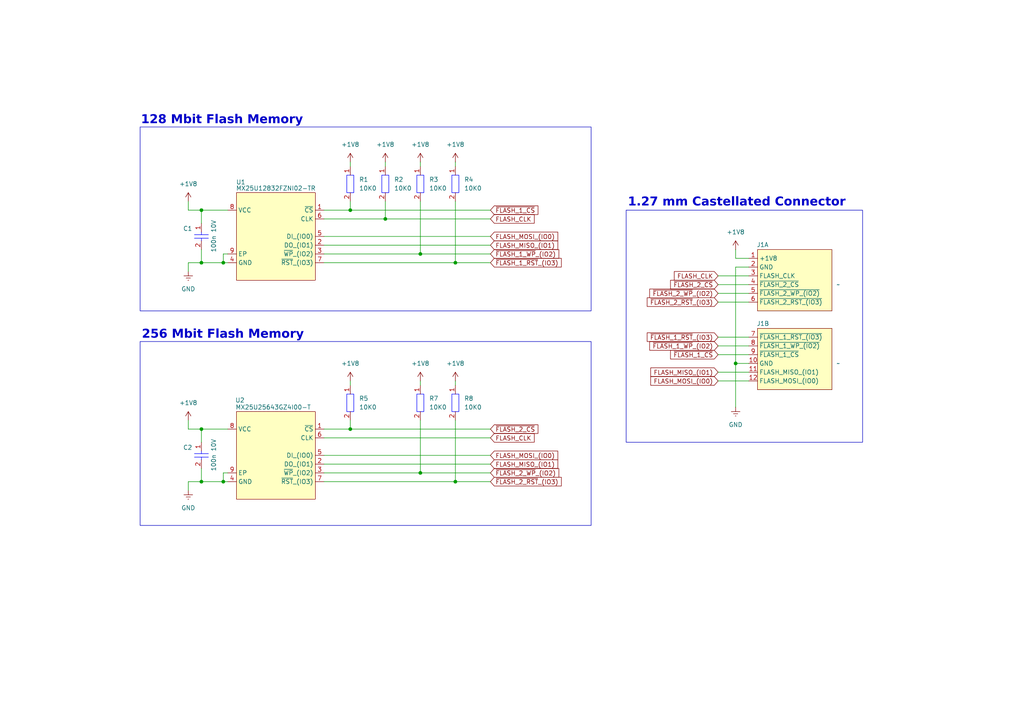
<source format=kicad_sch>
(kicad_sch (version 20231120) (generator "eeschema") (generator_version "8.0")
  (paper "A4")
  (title_block (title "[1] Flash memories & Connectors") (rev "1.0") (company "Embedded Systems Laboratory - EPFL") (comment 1 "Author: José Angel Miranda Calero") (comment 2 "Author: Juan Sapriza") (comment 3 "Author: Alejandro López Rodriguez"))
  (lib_symbols
    (symbol "X-MODs_SchLib:CRCW040210K0FKEDHP"
      (property "Reference" "R" (at -4.064 5.588 0))
      (property "Value" "10K0" (at -4.064 3.302 0))
      (symbol "CRCW040210K0FKEDHP_0_1"
        (rectangle (start -2.54 1.016) (end 2.54 -1.016) (stroke (width 0) (color 0 0 255 1)))
      )
      (symbol "CRCW040210K0FKEDHP_1_1"
        (pin passive line (at -5.08 0 0) (length 2.54) (name "") (number "1"))
        (pin passive line (at 5.08 0 180) (length 2.54) (name "") (number "2"))
      )
    )
    (symbol "X-MODs_SchLib:GRM155R71A104JA01D"
      (property "Reference" "C" (at -4.826 5.588 0))
      (property "Value" "100n 10V" (at -4.826 3.302 0))
      (symbol "GRM155R71A104JA01D_1_1"
        (polyline (pts (xy -1.27 0) (xy -0.508 0)) (stroke (width 0) (color 0 0 255 1)))
        (polyline (pts (xy -0.508 2.032) (xy -0.508 -2.032)) (stroke (width 0) (color 0 0 255 1)))
        (polyline (pts (xy 0.508 2.032) (xy 0.508 -2.032)) (stroke (width 0) (color 0 0 255 1)))
        (polyline (pts (xy 1.27 0) (xy 0.508 0)) (stroke (width 0) (color 0 0 255 1)))
        (pin passive line (at -3.81 0 0) (length 2.54) (name "") (number "1"))
        (pin passive line (at 3.81 0 180) (length 2.54) (name "") (number "2"))
      )
    )
    (symbol "X-MODs_SchLib:MX25U12832FZNI02-TR"
      (property "Reference" "U" (at -0.254 3.048 0))
      (property "Value" " MX25U12832FZNI02-TR " (at -1.27 1.27 0))
      (symbol "MX25U12832FZNI02-TR_0_1"
        (rectangle (start 0 0) (end 22.86 -25.4) (stroke (width 0) (color 128 0 0 1)) (fill (type background)))
      )
      (symbol "MX25U12832FZNI02-TR_1_1"
        (pin passive line (at 25.4 -5.08 180) (length 2.54) (name "~{CS}") (number "1"))
        (pin passive line (at 25.4 -15.24 180) (length 2.54) (name "DO_(IO1)") (number "2"))
        (pin passive line (at 25.4 -17.78 180) (length 2.54) (name "~{WP}_(IO2)") (number "3"))
        (pin passive line (at -2.54 -20.32 0) (length 2.54) (name "GND") (number "4"))
        (pin passive line (at 25.4 -12.7 180) (length 2.54) (name "DI_(IO0)") (number "5"))
        (pin passive line (at 25.4 -7.62 180) (length 2.54) (name "CLK") (number "6"))
        (pin passive line (at 25.4 -20.32 180) (length 2.54) (name "~{RST}_(IO3)") (number "7"))
        (pin passive line (at -2.54 -5.08 0) (length 2.54) (name "VCC") (number "8"))
        (pin passive line (at -2.54 -17.78 0) (length 2.54) (name "EP") (number "9"))
      )
    )
    (symbol "X-MODs_SchLib:MX25U25643GZ4I00-T"
      (property "Reference" "U" (at -0.254 3.048 0))
      (property "Value" " MX25U25643GZ4I00-T " (at -1.27 1.27 0))
      (symbol "MX25U25643GZ4I00-T_0_1"
        (rectangle (start 0 0) (end 22.86 -25.4) (stroke (width 0) (color 128 0 0 1)) (fill (type background)))
      )
      (symbol "MX25U25643GZ4I00-T_1_1"
        (pin passive line (at 25.4 -5.08 180) (length 2.54) (name "~{CS}") (number "1"))
        (pin passive line (at 25.4 -15.24 180) (length 2.54) (name "DO_(IO1)") (number "2"))
        (pin passive line (at 25.4 -17.78 180) (length 2.54) (name "~{WP}_(IO2)") (number "3"))
        (pin passive line (at -2.54 -20.32 0) (length 2.54) (name "GND") (number "4"))
        (pin passive line (at 25.4 -12.7 180) (length 2.54) (name "DI_(IO0)") (number "5"))
        (pin passive line (at 25.4 -7.62 180) (length 2.54) (name "CLK") (number "6"))
        (pin passive line (at 25.4 -20.32 180) (length 2.54) (name "~{RST}_(IO3)") (number "7"))
        (pin passive line (at -2.54 -5.08 0) (length 2.54) (name "VCC") (number "8"))
        (pin passive line (at -2.54 -17.78 0) (length 2.54) (name "EP") (number "9"))
      )
    )
    (symbol "X-MODs_SchLib:Memory_Board_Castellated_Conn_1.27mm" (in_bom no)
      (property "Reference" "J" (at 0.508 1.524 0))
      (symbol "Memory_Board_Castellated_Conn_1.27mm_1_1"
        (rectangle (start 0 0) (end 21.59 -17.78) (stroke (width 0) (color 128 0 0 1)) (fill (type background)))
        (pin passive line (at -2.54 -2.54 0) (length 2.54) (name "+1V8") (number "1"))
        (pin passive line (at -2.54 -5.08 0) (length 2.54) (name "GND") (number "2"))
        (pin passive line (at -2.54 -7.62 0) (length 2.54) (name "FLASH_CLK") (number "3"))
        (pin passive line (at -2.54 -10.16 0) (length 2.54) (name "~{FLASH_2_CS}") (number "4"))
        (pin passive line (at -2.54 -12.7 0) (length 2.54) (name "~{FLASH_2_WP_(IO2)}") (number "5"))
        (pin passive line (at -2.54 -15.24 0) (length 2.54) (name "~{FLASH_2_RST_(IO3)}") (number "6"))
      )
      (symbol "Memory_Board_Castellated_Conn_1.27mm_2_1"
        (rectangle (start 0 0) (end 21.59 -17.78) (stroke (width 0) (color 128 0 0 1)) (fill (type background)))
        (pin passive line (at -2.54 -10.16 0) (length 2.54) (name "GND") (number "10"))
        (pin passive line (at -2.54 -12.7 0) (length 2.54) (name "FLASH_MISO_(IO1)") (number "11"))
        (pin passive line (at -2.54 -15.24 0) (length 2.54) (name "FLASH_MOSI_(IO0)") (number "12"))
        (pin passive line (at -2.54 -2.54 0) (length 2.54) (name "~{FLASH_1_RST_(IO3)}") (number "7"))
        (pin passive line (at -2.54 -5.08 0) (length 2.54) (name "~{FLASH_1_WP_(IO2)}") (number "8"))
        (pin passive line (at -2.54 -7.62 0) (length 2.54) (name "~{FLASH_1_CS}") (number "9"))
      )
    )
    (symbol "power:+1V8" (power) (pin_numbers hide) (pin_names (offset 0) hide)
      (property "Value" "+1V8" (at 0 3.556 0))
      (symbol "+1V8_0_1"
        (polyline (pts (xy -0.762 1.27) (xy 0 2.54)))
        (polyline (pts (xy 0 0) (xy 0 2.54)))
        (polyline (pts (xy 0 2.54) (xy 0.762 1.27)))
      )
      (symbol "+1V8_1_1"
        (pin power_in line (at 0 0 90) (length 0) (name "~") (number "1"))
      )
    )
    (symbol "power:Earth" (power) (pin_numbers hide) (pin_names (offset 0) hide)
      (property "Value" "Earth" (at 0 -3.81 0))
      (symbol "Earth_0_1"
        (polyline (pts (xy -0.635 -1.905) (xy 0.635 -1.905)))
        (polyline (pts (xy -0.127 -2.54) (xy 0.127 -2.54)))
        (polyline (pts (xy 0 -1.27) (xy 0 0)))
        (polyline (pts (xy 1.27 -1.27) (xy -1.27 -1.27)))
      )
      (symbol "Earth_1_1"
        (pin power_in line (at 0 0 270) (length 0) (name "~") (number "1"))
      )
    )
  )
  (junction (at 58.42 124.46))
  (junction (at 213.36 105.41))
  (junction (at 101.6 124.46))
  (junction (at 132.08 76.2))
  (junction (at 64.77 139.7))
  (junction (at 132.08 139.7))
  (junction (at 58.42 139.7))
  (junction (at 121.92 73.66))
  (junction (at 101.6 60.96))
  (junction (at 58.42 60.96))
  (junction (at 111.76 63.5))
  (junction (at 121.92 137.16))
  (junction (at 64.77 76.2))
  (junction (at 58.42 76.2))
  (wire (pts (xy 93.98 132.08) (xy 142.24 132.08)))
  (wire (pts (xy 132.08 139.7) (xy 142.24 139.7)))
  (wire (pts (xy 93.98 73.66) (xy 121.92 73.66)))
  (wire (pts (xy 111.76 58.42) (xy 111.76 63.5)))
  (wire (pts (xy 111.76 63.5) (xy 142.24 63.5)))
  (wire (pts (xy 101.6 110.49) (xy 101.6 111.76)))
  (wire (pts (xy 54.61 60.96) (xy 58.42 60.96)))
  (wire (pts (xy 58.42 139.7) (xy 64.77 139.7)))
  (wire (pts (xy 217.17 77.47) (xy 213.36 77.47)))
  (wire (pts (xy 208.28 85.09) (xy 217.17 85.09)))
  (wire (pts (xy 93.98 68.58) (xy 142.24 68.58)))
  (wire (pts (xy 213.36 105.41) (xy 217.17 105.41)))
  (wire (pts (xy 66.04 73.66) (xy 64.77 73.66)))
  (wire (pts (xy 101.6 60.96) (xy 101.6 58.42)))
  (wire (pts (xy 101.6 124.46) (xy 142.24 124.46)))
  (wire (pts (xy 132.08 139.7) (xy 132.08 121.92)))
  (wire (pts (xy 58.42 124.46) (xy 58.42 128.27)))
  (wire (pts (xy 66.04 137.16) (xy 64.77 137.16)))
  (wire (pts (xy 66.04 124.46) (xy 58.42 124.46)))
  (wire (pts (xy 93.98 127) (xy 142.24 127)))
  (wire (pts (xy 208.28 110.49) (xy 217.17 110.49)))
  (wire (pts (xy 121.92 46.99) (xy 121.92 48.26)))
  (wire (pts (xy 93.98 139.7) (xy 132.08 139.7)))
  (wire (pts (xy 121.92 121.92) (xy 121.92 137.16)))
  (wire (pts (xy 58.42 76.2) (xy 64.77 76.2)))
  (wire (pts (xy 64.77 139.7) (xy 66.04 139.7)))
  (wire (pts (xy 66.04 60.96) (xy 58.42 60.96)))
  (wire (pts (xy 93.98 134.62) (xy 142.24 134.62)))
  (wire (pts (xy 208.28 102.87) (xy 217.17 102.87)))
  (wire (pts (xy 58.42 135.89) (xy 58.42 139.7)))
  (wire (pts (xy 213.36 77.47) (xy 213.36 105.41)))
  (wire (pts (xy 93.98 124.46) (xy 101.6 124.46)))
  (wire (pts (xy 54.61 76.2) (xy 54.61 78.74)))
  (wire (pts (xy 64.77 76.2) (xy 66.04 76.2)))
  (wire (pts (xy 93.98 76.2) (xy 132.08 76.2)))
  (wire (pts (xy 64.77 137.16) (xy 64.77 139.7)))
  (wire (pts (xy 217.17 74.93) (xy 213.36 74.93)))
  (wire (pts (xy 54.61 121.92) (xy 54.61 124.46)))
  (wire (pts (xy 132.08 76.2) (xy 132.08 58.42)))
  (wire (pts (xy 121.92 110.49) (xy 121.92 111.76)))
  (wire (pts (xy 121.92 137.16) (xy 142.24 137.16)))
  (wire (pts (xy 54.61 58.42) (xy 54.61 60.96)))
  (wire (pts (xy 121.92 58.42) (xy 121.92 73.66)))
  (wire (pts (xy 208.28 100.33) (xy 217.17 100.33)))
  (wire (pts (xy 208.28 82.55) (xy 217.17 82.55)))
  (wire (pts (xy 101.6 46.99) (xy 101.6 48.26)))
  (wire (pts (xy 111.76 46.99) (xy 111.76 48.26)))
  (wire (pts (xy 64.77 73.66) (xy 64.77 76.2)))
  (wire (pts (xy 101.6 124.46) (xy 101.6 121.92)))
  (wire (pts (xy 58.42 60.96) (xy 58.42 64.77)))
  (wire (pts (xy 54.61 124.46) (xy 58.42 124.46)))
  (wire (pts (xy 213.36 105.41) (xy 213.36 118.11)))
  (wire (pts (xy 208.28 80.01) (xy 217.17 80.01)))
  (wire (pts (xy 101.6 60.96) (xy 142.24 60.96)))
  (wire (pts (xy 208.28 107.95) (xy 217.17 107.95)))
  (wire (pts (xy 54.61 139.7) (xy 58.42 139.7)))
  (wire (pts (xy 54.61 76.2) (xy 58.42 76.2)))
  (wire (pts (xy 111.76 63.5) (xy 93.98 63.5)))
  (wire (pts (xy 93.98 60.96) (xy 101.6 60.96)))
  (wire (pts (xy 208.28 97.79) (xy 217.17 97.79)))
  (wire (pts (xy 58.42 72.39) (xy 58.42 76.2)))
  (wire (pts (xy 132.08 110.49) (xy 132.08 111.76)))
  (wire (pts (xy 93.98 71.12) (xy 142.24 71.12)))
  (wire (pts (xy 121.92 73.66) (xy 142.24 73.66)))
  (wire (pts (xy 132.08 76.2) (xy 142.24 76.2)))
  (wire (pts (xy 93.98 137.16) (xy 121.92 137.16)))
  (wire (pts (xy 213.36 74.93) (xy 213.36 72.39)))
  (wire (pts (xy 54.61 139.7) (xy 54.61 142.24)))
  (wire (pts (xy 208.28 87.63) (xy 217.17 87.63)))
  (wire (pts (xy 132.08 46.99) (xy 132.08 48.26)))
  (rectangle (start 181.61 60.96) (end 250.19 128.27))
  (rectangle (start 40.64 99.06) (end 171.45 152.4))
  (rectangle (start 40.64 36.83) (end 171.45 90.17))
  (text "1.27 mm Castellated Connector" (at 182.118 59.436 0) (effects (font (size 2.54 2.54) (thickness 0.254) (bold yes) (italic yes)) (justify left)))
  (text "128 Mbit Flash Memory" (at 40.894 35.56 0) (effects (font (size 2.54 2.54) (thickness 0.254) (bold yes) (italic yes)) (justify left)))
  (text "256 Mbit Flash Memory" (at 41.148 97.79 0) (effects (font (size 2.54 2.54) (thickness 0.254) (bold yes) (italic yes)) (justify left)))
  (global_label "FLASH_CLK" (shape input) (at 208.28 80.01 180) (property "Intersheetrefs" "${INTERSHEET_REFS}" (effects (hide yes))))
  (global_label "~{FLASH_2_WP}_(IO2)" (shape input) (at 208.28 85.09 180) (property "Intersheetrefs" "${INTERSHEET_REFS}" (effects (hide yes))))
  (global_label "~{FLASH_2_RST}_(IO3)" (shape input) (at 142.24 139.7 0) (property "Intersheetrefs" "${INTERSHEET_REFS}" (effects (hide yes))))
  (global_label "FLASH_MISO_(IO1)" (shape input) (at 208.28 107.95 180) (property "Intersheetrefs" "${INTERSHEET_REFS}" (effects (hide yes))))
  (global_label "~{FLASH_2_WP}_(IO2)" (shape input) (at 142.24 137.16 0) (property "Intersheetrefs" "${INTERSHEET_REFS}" (effects (hide yes))))
  (global_label "~{FLASH_1_CS}" (shape input) (at 142.24 60.96 0) (property "Intersheetrefs" "${INTERSHEET_REFS}" (effects (hide yes))))
  (global_label "~{FLASH_2_RST}_(IO3)" (shape input) (at 208.28 87.63 180) (property "Intersheetrefs" "${INTERSHEET_REFS}" (effects (hide yes))))
  (global_label "~{FLASH_1_CS}" (shape input) (at 208.28 102.87 180) (property "Intersheetrefs" "${INTERSHEET_REFS}" (effects (hide yes))))
  (global_label "~{FLASH_2_CS}" (shape input) (at 208.28 82.55 180) (property "Intersheetrefs" "${INTERSHEET_REFS}" (effects (hide yes))))
  (global_label "FLASH_MOSI_(IO0)" (shape input) (at 142.24 132.08 0) (property "Intersheetrefs" "${INTERSHEET_REFS}" (effects (hide yes))))
  (global_label "FLASH_CLK" (shape input) (at 142.24 127 0) (property "Intersheetrefs" "${INTERSHEET_REFS}" (effects (hide yes))))
  (global_label "FLASH_MISO_(IO1)" (shape input) (at 142.24 71.12 0) (property "Intersheetrefs" "${INTERSHEET_REFS}" (effects (hide yes))))
  (global_label "FLASH_MOSI_(IO0)" (shape input) (at 142.24 68.58 0) (property "Intersheetrefs" "${INTERSHEET_REFS}" (effects (hide yes))))
  (global_label "~{FLASH_1_WP}_(IO2)" (shape input) (at 142.24 73.66 0) (property "Intersheetrefs" "${INTERSHEET_REFS}" (effects (hide yes))))
  (global_label "~{FLASH_1_RST}_(IO3)" (shape input) (at 208.28 97.79 180) (property "Intersheetrefs" "${INTERSHEET_REFS}" (effects (hide yes))))
  (global_label "FLASH_CLK" (shape input) (at 142.24 63.5 0) (property "Intersheetrefs" "${INTERSHEET_REFS}" (effects (hide yes))))
  (global_label "FLASH_MISO_(IO1)" (shape input) (at 142.24 134.62 0) (property "Intersheetrefs" "${INTERSHEET_REFS}" (effects (hide yes))))
  (global_label "FLASH_MOSI_(IO0)" (shape input) (at 208.28 110.49 180) (property "Intersheetrefs" "${INTERSHEET_REFS}" (effects (hide yes))))
  (global_label "~{FLASH_1_RST}_(IO3)" (shape input) (at 142.24 76.2 0) (property "Intersheetrefs" "${INTERSHEET_REFS}" (effects (hide yes))))
  (global_label "~{FLASH_2_CS}" (shape input) (at 142.24 124.46 0) (property "Intersheetrefs" "${INTERSHEET_REFS}" (effects (hide yes))))
  (global_label "~{FLASH_1_WP}_(IO2)" (shape input) (at 208.28 100.33 180) (property "Intersheetrefs" "${INTERSHEET_REFS}" (effects (hide yes))))
  (symbol (lib_id "power:Earth") (at 54.61 142.24 0) (unit 1)
    (property "Reference" "#PWR01" (effects (hide yes)))
    (property "Value" "GND" (at 54.61 147.32 0))
    (property "Description" "Power symbol creates a global label with name \"Earth\"" (effects (hide yes)))
  )
  (symbol (lib_id "power:+1V8") (at 101.6 110.49 0) (unit 1)
    (property "Reference" "#PWR09" (effects (hide yes)))
    (property "Value" "+1V8" (at 101.6 105.41 0))
    (property "Description" "Power symbol creates a global label with name \"+1V8\"" (effects (hide yes)))
  )
  (symbol (lib_id "power:+1V8") (at 132.08 110.49 0) (unit 1)
    (property "Reference" "#PWR012" (effects (hide yes)))
    (property "Value" "+1V8" (at 132.08 105.41 0))
    (property "Description" "Power symbol creates a global label with name \"+1V8\"" (effects (hide yes)))
  )
  (symbol (lib_id "power:+1V8") (at 213.36 72.39 0) (unit 1)
    (property "Reference" "#PWR013" (effects (hide yes)))
    (property "Value" "+1V8" (at 213.36 67.31 0))
    (property "Description" "Power symbol creates a global label with name \"+1V8\"" (effects (hide yes)))
  )
  (symbol (lib_id "power:+1V8") (at 111.76 46.99 0) (unit 1)
    (property "Reference" "#PWR06" (effects (hide yes)))
    (property "Value" "+1V8" (at 111.76 41.91 0))
    (property "Description" "Power symbol creates a global label with name \"+1V8\"" (effects (hide yes)))
  )
  (symbol (lib_id "X-MODs_SchLib:MX25U25643GZ4I00-T") (at 68.58 119.38 0) (unit 1)
    (property "Reference" "U2" (at 69.596 116.078 0))
    (property "Value" "MX25U25643GZ4I00-T" (at 79.248 118.11 0))
    (property "Footprint" "X-MODs_PcbLib:8-WSON_DUAL_6x5mm_(8x6mn)" (effects (hide yes)))
    (property "Datasheet" "https://www.mouser.ch/datasheet/2/819/MX25U25643G_2c_1_8V_2c_256Mb_2c_v1_1-3370992.pdf" (effects (hide yes)))
    (property "Description" "NOR Flash Serial NOR 1.8V 256Mbit x4 I/O WSON-8 8x6mm" (effects (hide yes)))
    (property "MPN" " MX25U25643GZ4I00-T " (effects (hide yes)))
  )
  (symbol (lib_id "power:+1V8") (at 121.92 46.99 0) (unit 1)
    (property "Reference" "#PWR07" (effects (hide yes)))
    (property "Value" "+1V8" (at 121.92 41.91 0))
    (property "Description" "Power symbol creates a global label with name \"+1V8\"" (effects (hide yes)))
  )
  (symbol (lib_id "X-MODs_SchLib:CRCW040210K0FKEDHP") (at 132.08 53.34 270) (unit 1)
    (property "Reference" "R4" (at 134.62 52.0699 90) (effects (justify left)))
    (property "Value" "10K0" (at 134.62 54.6099 90) (effects (justify left)))
    (property "Footprint" "X-MODs_PcbLib:R0402" (effects (hide yes)))
    (property "Datasheet" "https://www.vishay.com/doc?20043" (effects (hide yes)))
    (property "Description" "Thick Film Resistors - SMD 0.2W 10Kohms 1% High Power AEC-Q200" (effects (hide yes)))
    (property "MPN" "CRCW040210K0FKEDHP" (effects (hide yes)))
  )
  (symbol (lib_id "power:+1V8") (at 132.08 46.99 0) (unit 1)
    (property "Reference" "#PWR08" (effects (hide yes)))
    (property "Value" "+1V8" (at 132.08 41.91 0))
    (property "Description" "Power symbol creates a global label with name \"+1V8\"" (effects (hide yes)))
  )
  (symbol (lib_id "X-MODs_SchLib:CRCW040210K0FKEDHP") (at 101.6 116.84 270) (unit 1)
    (property "Reference" "R5" (at 104.14 115.5699 90) (effects (justify left)))
    (property "Value" "10K0" (at 104.14 118.1099 90) (effects (justify left)))
    (property "Footprint" "X-MODs_PcbLib:R0402" (effects (hide yes)))
    (property "Datasheet" "https://www.vishay.com/doc?20043" (effects (hide yes)))
    (property "Description" "Thick Film Resistors - SMD 0.2W 10Kohms 1% High Power AEC-Q200" (effects (hide yes)))
    (property "MPN" "CRCW040210K0FKEDHP" (effects (hide yes)))
  )
  (symbol (lib_id "X-MODs_SchLib:CRCW040210K0FKEDHP") (at 101.6 53.34 270) (unit 1)
    (property "Reference" "R1" (at 104.14 52.0699 90) (effects (justify left)))
    (property "Value" "10K0" (at 104.14 54.6099 90) (effects (justify left)))
    (property "Footprint" "X-MODs_PcbLib:R0402" (effects (hide yes)))
    (property "Datasheet" "https://www.vishay.com/doc?20043" (effects (hide yes)))
    (property "Description" "Thick Film Resistors - SMD 0.2W 10Kohms 1% High Power AEC-Q200" (effects (hide yes)))
    (property "MPN" "CRCW040210K0FKEDHP" (effects (hide yes)))
  )
  (symbol (lib_id "X-MODs_SchLib:Memory_Board_Castellated_Conn_1.27mm") (at 219.71 95.25 0) (unit 2) (in_bom no)
    (property "Reference" "J1" (at 219.456 93.8529 0) (effects (justify left)))
    (property "Value" "~" (at 242.57 105.41 0) (effects (justify left)))
    (property "Footprint" "X-MODs_PcbLib:Memory_Board_Castellated_Conn_1.27mm" (effects (hide yes)))
    (property "Description" "Analog_Board_Castellated_Conn_1.27mm" (effects (hide yes)))
  )
  (symbol (lib_id "power:+1V8") (at 101.6 46.99 0) (unit 1)
    (property "Reference" "#PWR05" (effects (hide yes)))
    (property "Value" "+1V8" (at 101.6 41.91 0))
    (property "Description" "Power symbol creates a global label with name \"+1V8\"" (effects (hide yes)))
  )
  (symbol (lib_id "power:Earth") (at 54.61 78.74 0) (unit 1)
    (property "Reference" "#PWR04" (effects (hide yes)))
    (property "Value" "GND" (at 54.61 83.82 0))
    (property "Description" "Power symbol creates a global label with name \"Earth\"" (effects (hide yes)))
  )
  (symbol (lib_id "X-MODs_SchLib:MX25U12832FZNI02-TR") (at 68.58 55.88 0) (unit 1)
    (property "Reference" "U1" (at 69.85 52.832 0))
    (property "Value" "MX25U12832FZNI02-TR" (at 80.01 54.61 0))
    (property "Footprint" "X-MODs_PcbLib:8-WSON_DUAL_(6x5mm)_8x6mn" (effects (hide yes)))
    (property "Datasheet" "https://www.mouser.ch/datasheet/2/819/MX25U12832F_2c_1_8V_2c_128Mb_2c_v1_3-3371011.pdf" (effects (hide yes)))
    (property "Description" "NOR Flash Serial NOR 1.8V 128Mbit x4 I/O WSON-8 6x5mm" (effects (hide yes)))
    (property "MPN" " MX25U12832FZNI02-TR " (effects (hide yes)))
  )
  (symbol (lib_id "X-MODs_SchLib:CRCW040210K0FKEDHP") (at 121.92 116.84 270) (unit 1)
    (property "Reference" "R7" (at 124.46 115.5699 90) (effects (justify left)))
    (property "Value" "10K0" (at 124.46 118.1099 90) (effects (justify left)))
    (property "Footprint" "X-MODs_PcbLib:R0402" (effects (hide yes)))
    (property "Datasheet" "https://www.vishay.com/doc?20043" (effects (hide yes)))
    (property "Description" "Thick Film Resistors - SMD 0.2W 10Kohms 1% High Power AEC-Q200" (effects (hide yes)))
    (property "MPN" "CRCW040210K0FKEDHP" (effects (hide yes)))
  )
  (symbol (lib_id "X-MODs_SchLib:Memory_Board_Castellated_Conn_1.27mm") (at 219.71 72.39 0) (unit 1) (in_bom no)
    (property "Reference" "J1" (at 219.456 70.9929 0) (effects (justify left)))
    (property "Value" "~" (at 242.57 82.55 0) (effects (justify left)))
    (property "Footprint" "X-MODs_PcbLib:Memory_Board_Castellated_Conn_1.27mm" (effects (hide yes)))
    (property "Description" "Analog_Board_Castellated_Conn_1.27mm" (effects (hide yes)))
  )
  (symbol (lib_id "power:+1V8") (at 54.61 121.92 0) (unit 1)
    (property "Reference" "#PWR02" (effects (hide yes)))
    (property "Value" "+1V8" (at 54.61 116.84 0))
    (property "Description" "Power symbol creates a global label with name \"+1V8\"" (effects (hide yes)))
  )
  (symbol (lib_id "X-MODs_SchLib:CRCW040210K0FKEDHP") (at 111.76 53.34 270) (unit 1)
    (property "Reference" "R2" (at 114.3 52.0699 90) (effects (justify left)))
    (property "Value" "10K0" (at 114.3 54.6099 90) (effects (justify left)))
    (property "Footprint" "X-MODs_PcbLib:R0402" (effects (hide yes)))
    (property "Datasheet" "https://www.vishay.com/doc?20043" (effects (hide yes)))
    (property "Description" "Thick Film Resistors - SMD 0.2W 10Kohms 1% High Power AEC-Q200" (effects (hide yes)))
    (property "MPN" "CRCW040210K0FKEDHP" (effects (hide yes)))
  )
  (symbol (lib_id "power:+1V8") (at 121.92 110.49 0) (unit 1)
    (property "Reference" "#PWR011" (effects (hide yes)))
    (property "Value" "+1V8" (at 121.92 105.41 0))
    (property "Description" "Power symbol creates a global label with name \"+1V8\"" (effects (hide yes)))
  )
  (symbol (lib_id "power:+1V8") (at 54.61 58.42 0) (unit 1)
    (property "Reference" "#PWR03" (effects (hide yes)))
    (property "Value" "+1V8" (at 54.61 53.34 0))
    (property "Description" "Power symbol creates a global label with name \"+1V8\"" (effects (hide yes)))
  )
  (symbol (lib_id "X-MODs_SchLib:CRCW040210K0FKEDHP") (at 132.08 116.84 270) (unit 1)
    (property "Reference" "R8" (at 134.62 115.5699 90) (effects (justify left)))
    (property "Value" "10K0" (at 134.62 118.1099 90) (effects (justify left)))
    (property "Footprint" "X-MODs_PcbLib:R0402" (effects (hide yes)))
    (property "Datasheet" "https://www.vishay.com/doc?20043" (effects (hide yes)))
    (property "Description" "Thick Film Resistors - SMD 0.2W 10Kohms 1% High Power AEC-Q200" (effects (hide yes)))
    (property "MPN" "CRCW040210K0FKEDHP" (effects (hide yes)))
  )
  (symbol (lib_id "X-MODs_SchLib:CRCW040210K0FKEDHP") (at 121.92 53.34 270) (unit 1)
    (property "Reference" "R3" (at 124.46 52.0699 90) (effects (justify left)))
    (property "Value" "10K0" (at 124.46 54.6099 90) (effects (justify left)))
    (property "Footprint" "X-MODs_PcbLib:R0402" (effects (hide yes)))
    (property "Datasheet" "https://www.vishay.com/doc?20043" (effects (hide yes)))
    (property "Description" "Thick Film Resistors - SMD 0.2W 10Kohms 1% High Power AEC-Q200" (effects (hide yes)))
    (property "MPN" "CRCW040210K0FKEDHP" (effects (hide yes)))
  )
  (symbol (lib_id "X-MODs_SchLib:GRM155R71A104JA01D") (at 58.42 68.58 270) (unit 1)
    (property "Reference" "C1" (at 53.086 66.2939 90) (effects (justify left)))
    (property "Value" "100n 10V" (at 61.976 63.7539 0) (effects (justify left)))
    (property "Footprint" "X-MODs_PcbLib:C0402" (effects (hide yes)))
    (property "Datasheet" "https://www.mouser.es/datasheet/2/281/1/GRM155R71A104JA01_01A-1984196.pdf" (effects (hide yes)))
    (property "Description" "Multilayer Ceramic Capacitors MLCC - SMD/SMT 0.1 uF 10 VDC 5% 0402 X7R" (effects (hide yes)))
    (property "MPN" "GRM155R71A104JA01D" (effects (hide yes)))
  )
  (symbol (lib_id "X-MODs_SchLib:GRM155R71A104JA01D") (at 58.42 132.08 270) (unit 1)
    (property "Reference" "C2" (at 53.086 129.7939 90) (effects (justify left)))
    (property "Value" "100n 10V" (at 61.976 127.2539 0) (effects (justify left)))
    (property "Footprint" "X-MODs_PcbLib:C0402" (effects (hide yes)))
    (property "Datasheet" "https://www.mouser.es/datasheet/2/281/1/GRM155R71A104JA01_01A-1984196.pdf" (effects (hide yes)))
    (property "Description" "Multilayer Ceramic Capacitors MLCC - SMD/SMT 0.1 uF 10 VDC 5% 0402 X7R" (effects (hide yes)))
    (property "MPN" "GRM155R71A104JA01D" (effects (hide yes)))
  )
  (symbol (lib_id "power:Earth") (at 213.36 118.11 0) (unit 1)
    (property "Reference" "#PWR010" (effects (hide yes)))
    (property "Value" "GND" (at 213.36 123.19 0))
    (property "Description" "Power symbol creates a global label with name \"Earth\"" (effects (hide yes)))
  )
)
</source>
